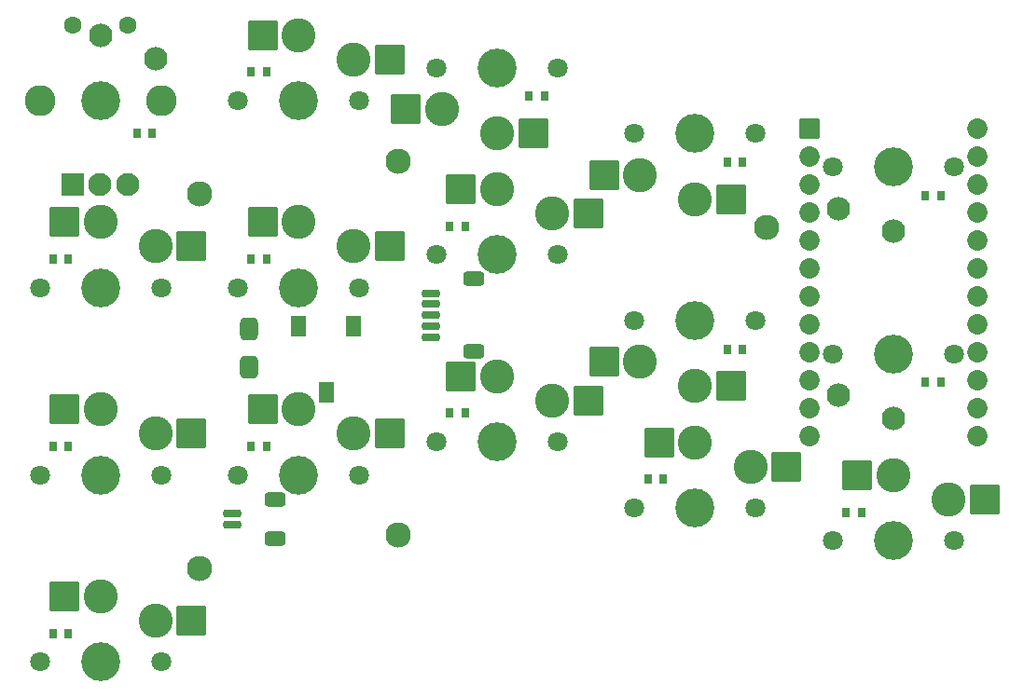
<source format=gbr>
%TF.GenerationSoftware,KiCad,Pcbnew,(7.0.0-0)*%
%TF.CreationDate,2023-06-15T15:06:03+08:00*%
%TF.ProjectId,left,6c656674-2e6b-4696-9361-645f70636258,v1.0.0*%
%TF.SameCoordinates,Original*%
%TF.FileFunction,Soldermask,Bot*%
%TF.FilePolarity,Negative*%
%FSLAX46Y46*%
G04 Gerber Fmt 4.6, Leading zero omitted, Abs format (unit mm)*
G04 Created by KiCad (PCBNEW (7.0.0-0)) date 2023-06-15 15:06:03*
%MOMM*%
%LPD*%
G01*
G04 APERTURE LIST*
G04 Aperture macros list*
%AMRoundRect*
0 Rectangle with rounded corners*
0 $1 Rounding radius*
0 $2 $3 $4 $5 $6 $7 $8 $9 X,Y pos of 4 corners*
0 Add a 4 corners polygon primitive as box body*
4,1,4,$2,$3,$4,$5,$6,$7,$8,$9,$2,$3,0*
0 Add four circle primitives for the rounded corners*
1,1,$1+$1,$2,$3*
1,1,$1+$1,$4,$5*
1,1,$1+$1,$6,$7*
1,1,$1+$1,$8,$9*
0 Add four rect primitives between the rounded corners*
20,1,$1+$1,$2,$3,$4,$5,0*
20,1,$1+$1,$4,$5,$6,$7,0*
20,1,$1+$1,$6,$7,$8,$9,0*
20,1,$1+$1,$8,$9,$2,$3,0*%
G04 Aperture macros list end*
%ADD10C,3.529000*%
%ADD11C,1.801800*%
%ADD12C,2.132000*%
%ADD13RoundRect,0.050000X-0.300000X-0.350000X0.300000X-0.350000X0.300000X0.350000X-0.300000X0.350000X0*%
%ADD14RoundRect,0.050000X1.000000X-1.000000X1.000000X1.000000X-1.000000X1.000000X-1.000000X-1.000000X0*%
%ADD15C,2.100000*%
%ADD16C,1.600000*%
%ADD17C,2.801800*%
%ADD18RoundRect,0.050000X0.300000X0.350000X-0.300000X0.350000X-0.300000X-0.350000X0.300000X-0.350000X0*%
%ADD19RoundRect,0.050000X-0.600000X-0.900000X0.600000X-0.900000X0.600000X0.900000X-0.600000X0.900000X0*%
%ADD20RoundRect,0.431000X0.381000X-0.619000X0.381000X0.619000X-0.381000X0.619000X-0.381000X-0.619000X0*%
%ADD21RoundRect,0.428000X0.378000X-0.622000X0.378000X0.622000X-0.378000X0.622000X-0.378000X-0.622000X0*%
%ADD22RoundRect,0.050000X-0.876300X0.876300X-0.876300X-0.876300X0.876300X-0.876300X0.876300X0.876300X0*%
%ADD23C,1.852600*%
%ADD24RoundRect,0.200000X-0.625000X0.150000X-0.625000X-0.150000X0.625000X-0.150000X0.625000X0.150000X0*%
%ADD25RoundRect,0.300000X-0.650000X0.350000X-0.650000X-0.350000X0.650000X-0.350000X0.650000X0.350000X0*%
%ADD26C,2.300000*%
%ADD27C,3.100000*%
%ADD28RoundRect,0.050000X-1.300000X-1.300000X1.300000X-1.300000X1.300000X1.300000X-1.300000X1.300000X0*%
G04 APERTURE END LIST*
D10*
%TO.C,S1*%
X72000000Y45000000D03*
D11*
X77500000Y45000000D03*
X66500000Y45000000D03*
D12*
X67000000Y41200000D03*
X72000000Y39100000D03*
%TD*%
D13*
%TO.C,D1*%
X74900000Y42400000D03*
X76300000Y42400000D03*
%TD*%
D10*
%TO.C,S2*%
X72000000Y28000000D03*
D11*
X77500000Y28000000D03*
X66500000Y28000000D03*
D12*
X67000000Y24200000D03*
X72000000Y22100000D03*
%TD*%
D13*
%TO.C,D2*%
X74900000Y25400000D03*
X76300000Y25400000D03*
%TD*%
D14*
%TO.C,ROT1*%
X-2540000Y43380000D03*
D15*
X-40000Y43380000D03*
X2460000Y43380000D03*
D16*
X-2540000Y57880000D03*
X2460000Y57880000D03*
D10*
X0Y51000000D03*
D17*
X5500000Y51000000D03*
X-5500000Y51000000D03*
D12*
X5000000Y54800000D03*
X0Y56900000D03*
%TD*%
D18*
%TO.C,D3*%
X4700000Y48000000D03*
X3300000Y48000000D03*
%TD*%
D19*
%TO.C,SS1*%
X18000000Y30500000D03*
X20500000Y24500000D03*
X23000000Y30500000D03*
%TD*%
D20*
%TO.C,SB1*%
X13500000Y26750000D03*
D21*
X13500000Y30250000D03*
%TD*%
D22*
%TO.C,MCU1*%
X64380000Y48470000D03*
D23*
X64380000Y45930000D03*
X64380000Y43390000D03*
X64380000Y40850000D03*
X64380000Y38310000D03*
X64380000Y35770000D03*
X64380000Y33230000D03*
X64380000Y30690000D03*
X64380000Y28150000D03*
X64380000Y25610000D03*
X64380000Y23070000D03*
X64380000Y20530000D03*
X79620000Y48470000D03*
X79620000Y45930000D03*
X79620000Y43390000D03*
X79620000Y40850000D03*
X79620000Y38310000D03*
X79620000Y35770000D03*
X79620000Y33230000D03*
X79620000Y30690000D03*
X79620000Y28150000D03*
X79620000Y25610000D03*
X79620000Y23070000D03*
X79620000Y20530000D03*
%TD*%
D24*
%TO.C,JB1*%
X12000000Y12500000D03*
X12000000Y13500000D03*
D25*
X15875000Y11200000D03*
X15875000Y14800000D03*
%TD*%
D24*
%TO.C,JC1*%
X30000000Y29500000D03*
X30000000Y30500000D03*
X30000000Y31500000D03*
X30000000Y32500000D03*
X30000000Y33500000D03*
D25*
X33875000Y34800000D03*
X33875000Y28200000D03*
%TD*%
D26*
%TO.C,H1*%
X60500000Y39500000D03*
%TD*%
%TO.C,H2*%
X27000000Y45500000D03*
%TD*%
%TO.C,H3*%
X27000000Y11500000D03*
%TD*%
%TO.C,H4*%
X9000000Y42500000D03*
%TD*%
%TO.C,H5*%
X9000000Y8500000D03*
%TD*%
D10*
%TO.C,S3*%
X0Y34000000D03*
D11*
X-5500000Y34000000D03*
X5500000Y34000000D03*
D27*
X5000000Y37750000D03*
X0Y39950000D03*
D28*
X-3275000Y39950000D03*
X8275000Y37750000D03*
%TD*%
D18*
%TO.C,D4*%
X-2900000Y36600000D03*
X-4300000Y36600000D03*
%TD*%
D10*
%TO.C,S4*%
X0Y17000000D03*
D11*
X-5500000Y17000000D03*
X5500000Y17000000D03*
D27*
X5000000Y20750000D03*
X0Y22950000D03*
D28*
X-3275000Y22950000D03*
X8275000Y20750000D03*
%TD*%
D18*
%TO.C,D5*%
X-2900000Y19600000D03*
X-4300000Y19600000D03*
%TD*%
D10*
%TO.C,S5*%
X0Y0D03*
D11*
X-5500000Y0D03*
X5500000Y0D03*
D27*
X5000000Y3750000D03*
X0Y5950000D03*
D28*
X-3275000Y5950000D03*
X8275000Y3750000D03*
%TD*%
D18*
%TO.C,D6*%
X-2900000Y2600000D03*
X-4300000Y2600000D03*
%TD*%
D10*
%TO.C,S6*%
X18000000Y51000000D03*
D11*
X12500000Y51000000D03*
X23500000Y51000000D03*
D27*
X23000000Y54750000D03*
X18000000Y56950000D03*
D28*
X14725000Y56950000D03*
X26275000Y54750000D03*
%TD*%
D18*
%TO.C,D7*%
X15100000Y53600000D03*
X13700000Y53600000D03*
%TD*%
D10*
%TO.C,S7*%
X18000000Y34000000D03*
D11*
X12500000Y34000000D03*
X23500000Y34000000D03*
D27*
X23000000Y37750000D03*
X18000000Y39950000D03*
D28*
X14725000Y39950000D03*
X26275000Y37750000D03*
%TD*%
D18*
%TO.C,D8*%
X15100000Y36600000D03*
X13700000Y36600000D03*
%TD*%
D10*
%TO.C,S8*%
X18000000Y17000000D03*
D11*
X12500000Y17000000D03*
X23500000Y17000000D03*
D27*
X23000000Y20750000D03*
X18000000Y22950000D03*
D28*
X14725000Y22950000D03*
X26275000Y20750000D03*
%TD*%
D18*
%TO.C,D9*%
X15100000Y19600000D03*
X13700000Y19600000D03*
%TD*%
D10*
%TO.C,S9*%
X36000000Y54000000D03*
D11*
X41500000Y54000000D03*
X30500000Y54000000D03*
D27*
X31000000Y50250000D03*
X36000000Y48050000D03*
D28*
X39275000Y48050000D03*
X27725000Y50250000D03*
%TD*%
D13*
%TO.C,D10*%
X38900000Y51400000D03*
X40300000Y51400000D03*
%TD*%
D10*
%TO.C,S10*%
X36000000Y37000000D03*
D11*
X30500000Y37000000D03*
X41500000Y37000000D03*
D27*
X41000000Y40750000D03*
X36000000Y42950000D03*
D28*
X32725000Y42950000D03*
X44275000Y40750000D03*
%TD*%
D18*
%TO.C,D11*%
X33100000Y39600000D03*
X31700000Y39600000D03*
%TD*%
D10*
%TO.C,S11*%
X36000000Y20000000D03*
D11*
X30500000Y20000000D03*
X41500000Y20000000D03*
D27*
X41000000Y23750000D03*
X36000000Y25950000D03*
D28*
X32725000Y25950000D03*
X44275000Y23750000D03*
%TD*%
D18*
%TO.C,D12*%
X33100000Y22600000D03*
X31700000Y22600000D03*
%TD*%
D10*
%TO.C,S12*%
X54000000Y48000000D03*
D11*
X59500000Y48000000D03*
X48500000Y48000000D03*
D27*
X49000000Y44250000D03*
X54000000Y42050000D03*
D28*
X57275000Y42050000D03*
X45725000Y44250000D03*
%TD*%
D13*
%TO.C,D13*%
X56900000Y45400000D03*
X58300000Y45400000D03*
%TD*%
D10*
%TO.C,S13*%
X54000000Y31000000D03*
D11*
X59500000Y31000000D03*
X48500000Y31000000D03*
D27*
X49000000Y27250000D03*
X54000000Y25050000D03*
D28*
X57275000Y25050000D03*
X45725000Y27250000D03*
%TD*%
D13*
%TO.C,D14*%
X56900000Y28400000D03*
X58300000Y28400000D03*
%TD*%
D10*
%TO.C,S14*%
X54000000Y14000000D03*
D11*
X48500000Y14000000D03*
X59500000Y14000000D03*
D27*
X59000000Y17750000D03*
X54000000Y19950000D03*
D28*
X50725000Y19950000D03*
X62275000Y17750000D03*
%TD*%
D18*
%TO.C,D15*%
X51100000Y16600000D03*
X49700000Y16600000D03*
%TD*%
D10*
%TO.C,S15*%
X72000000Y11000000D03*
D11*
X66500000Y11000000D03*
X77500000Y11000000D03*
D27*
X77000000Y14750000D03*
X72000000Y16950000D03*
D28*
X68725000Y16950000D03*
X80275000Y14750000D03*
%TD*%
D18*
%TO.C,D16*%
X69100000Y13600000D03*
X67700000Y13600000D03*
%TD*%
M02*

</source>
